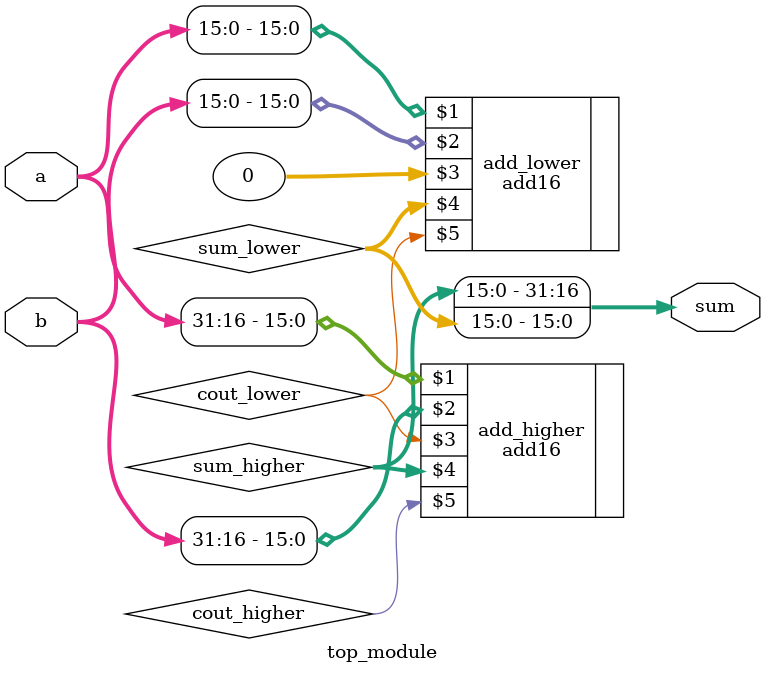
<source format=v>
module top_module(
    input [31:0] a,
    input [31:0] b,
    output [31:0] sum
);
    wire [15:0]sum_lower; 
    wire cout_lower, cout_higher; 
    wire [15:0]sum_higher;
    
    add16 add_lower(a[15:0], b[15:0], 0, sum_lower, cout_lower);
    add16 add_higher(a[31:16], b[31:16], cout_lower, sum_higher, cout_higher);
    
    assign sum = {sum_higher[15:0], sum_lower[15:0]};

endmodule

</source>
